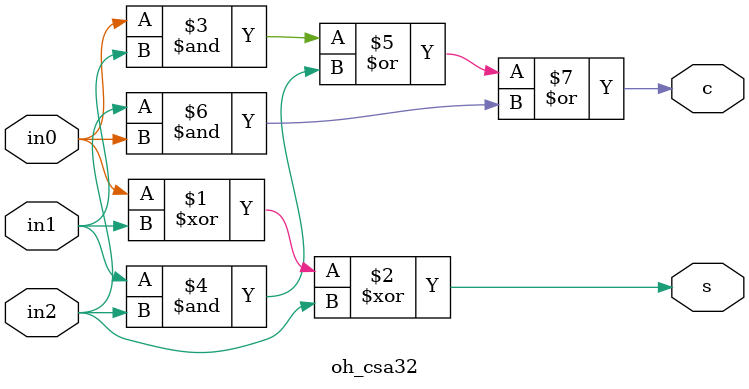
<source format=v>
module oh_csa32 (/*AUTOARG*/
   // Outputs
   c, s,
   // Inputs
   in0, in1, in2
   );

   input in0;
   input in1;
   input in2;

   output c;
   output s;

   assign s = in0 ^ in1 ^ in2;
   assign c = (in0 & in1) | ( in1 & in2) | ( in2 & in0 );

endmodule // oh_csa32



</source>
